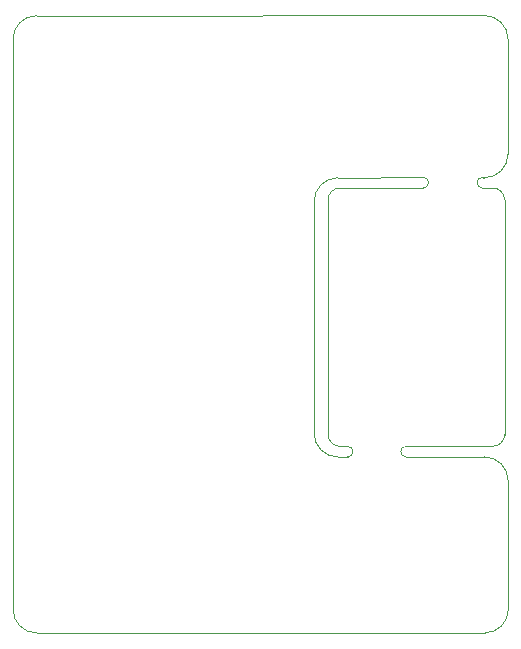
<source format=gbr>
%TF.GenerationSoftware,KiCad,Pcbnew,8.0.4*%
%TF.CreationDate,2024-08-25T20:22:04-07:00*%
%TF.ProjectId,Croissant_Protoboard,43726f69-7373-4616-9e74-5f50726f746f,rev?*%
%TF.SameCoordinates,Original*%
%TF.FileFunction,Profile,NP*%
%FSLAX46Y46*%
G04 Gerber Fmt 4.6, Leading zero omitted, Abs format (unit mm)*
G04 Created by KiCad (PCBNEW 8.0.4) date 2024-08-25 20:22:04*
%MOMM*%
%LPD*%
G01*
G04 APERTURE LIST*
%TA.AperFunction,Profile*%
%ADD10C,0.050000*%
%TD*%
%TA.AperFunction,Profile*%
%ADD11C,0.100000*%
%TD*%
G04 APERTURE END LIST*
D10*
X87735436Y-59323800D02*
G75*
G02*
X87735436Y-58427600I64J448100D01*
G01*
D11*
X75494801Y-82095276D02*
X76326101Y-82098140D01*
D10*
X88623576Y-59324724D02*
G75*
G02*
X89623576Y-60324724I24J-999976D01*
G01*
X87735436Y-59323800D02*
X88623576Y-59324724D01*
X75678377Y-59324724D02*
X82735436Y-59323799D01*
D11*
X87939786Y-97000000D02*
X50000000Y-97000000D01*
D10*
X76326101Y-81201862D02*
X75678377Y-81200000D01*
X74678377Y-60324724D02*
G75*
G02*
X75678377Y-59324677I1000023J24D01*
G01*
X88623576Y-81200000D02*
X81280000Y-81201861D01*
D11*
X89914000Y-56460000D02*
G75*
G02*
X87914000Y-58460000I-2000100J100D01*
G01*
D10*
X89623576Y-60324724D02*
X89623576Y-80200000D01*
D11*
X89913014Y-46720606D02*
X89914000Y-56460000D01*
X50000000Y-44730000D02*
X87913014Y-44720606D01*
X73494801Y-60460000D02*
X73494801Y-80095276D01*
X87914000Y-82095276D02*
G75*
G02*
X89914024Y-84095276I0J-2000024D01*
G01*
D10*
X82735436Y-58427521D02*
G75*
G02*
X82735436Y-59323879I64J-448179D01*
G01*
X89623576Y-80200000D02*
G75*
G02*
X88623576Y-81199976I-999976J0D01*
G01*
X74678376Y-80200000D02*
X74678377Y-60324724D01*
D11*
X48000000Y-95000000D02*
X48000000Y-46730000D01*
X50000000Y-97000000D02*
G75*
G02*
X48000000Y-95000000I0J2000000D01*
G01*
D10*
X81280000Y-82098141D02*
G75*
G02*
X81280000Y-81201859I0J448141D01*
G01*
D11*
X89939786Y-95000000D02*
G75*
G02*
X87939786Y-96999986I-1999986J0D01*
G01*
X82735436Y-58427521D02*
X75494801Y-58460000D01*
X89914000Y-84095276D02*
X89939786Y-95000000D01*
D10*
X75678377Y-81200000D02*
G75*
G02*
X74678400Y-80200000I23J1000000D01*
G01*
X76326101Y-81201862D02*
G75*
G02*
X76326101Y-82098138I-1J-448138D01*
G01*
D11*
X48000000Y-46730000D02*
G75*
G02*
X50000000Y-44730000I2000000J0D01*
G01*
X73494801Y-60460000D02*
G75*
G02*
X75494801Y-58460001I1999999J0D01*
G01*
X75494801Y-82095276D02*
G75*
G02*
X73494824Y-80095276I-1J1999976D01*
G01*
X87914000Y-58460000D02*
X87735436Y-58427520D01*
X87913014Y-44720606D02*
G75*
G02*
X89912994Y-46720606I-14J-1999994D01*
G01*
X81280000Y-82098141D02*
X87914000Y-82095276D01*
M02*

</source>
